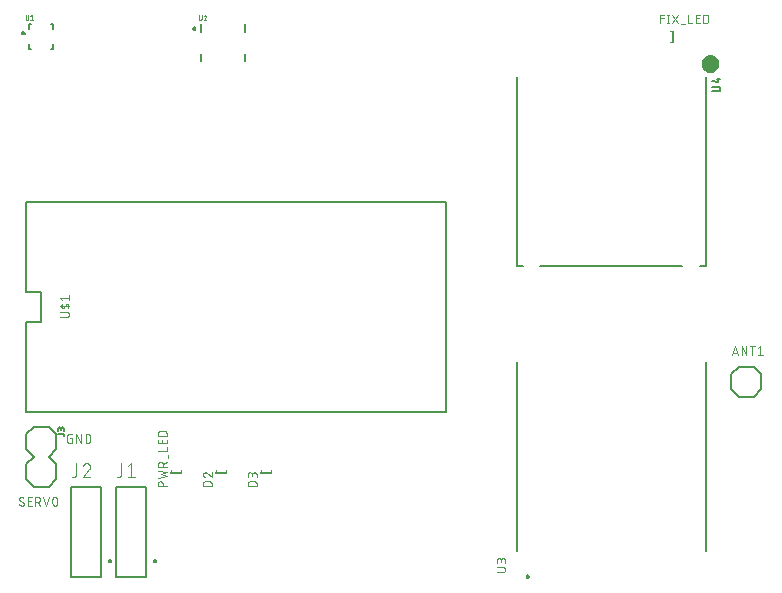
<source format=gbr>
G04 EAGLE Gerber RS-274X export*
G75*
%MOMM*%
%FSLAX34Y34*%
%LPD*%
%INSilkscreen Top*%
%IPPOS*%
%AMOC8*
5,1,8,0,0,1.08239X$1,22.5*%
G01*
%ADD10C,0.076200*%
%ADD11C,0.120000*%
%ADD12R,1.000000X0.250000*%
%ADD13C,0.127000*%
%ADD14C,0.200000*%
%ADD15C,0.101600*%
%ADD16C,0.203200*%
%ADD17C,0.025400*%
%ADD18C,0.812800*%
%ADD19C,0.152400*%
%ADD20R,0.250000X1.000000*%


D10*
X21886Y72771D02*
X21964Y72773D01*
X22042Y72778D01*
X22119Y72788D01*
X22196Y72801D01*
X22272Y72817D01*
X22347Y72837D01*
X22421Y72861D01*
X22494Y72888D01*
X22566Y72919D01*
X22636Y72953D01*
X22705Y72990D01*
X22771Y73031D01*
X22836Y73075D01*
X22898Y73121D01*
X22958Y73171D01*
X23016Y73223D01*
X23071Y73278D01*
X23123Y73336D01*
X23173Y73396D01*
X23219Y73458D01*
X23263Y73523D01*
X23304Y73590D01*
X23341Y73658D01*
X23375Y73728D01*
X23406Y73800D01*
X23433Y73873D01*
X23457Y73947D01*
X23477Y74022D01*
X23493Y74098D01*
X23506Y74175D01*
X23516Y74252D01*
X23521Y74330D01*
X23523Y74408D01*
X21886Y72771D02*
X21772Y72773D01*
X21659Y72778D01*
X21545Y72788D01*
X21432Y72801D01*
X21320Y72818D01*
X21208Y72838D01*
X21097Y72862D01*
X20986Y72890D01*
X20877Y72921D01*
X20769Y72956D01*
X20662Y72995D01*
X20556Y73037D01*
X20452Y73082D01*
X20349Y73131D01*
X20248Y73184D01*
X20149Y73239D01*
X20051Y73298D01*
X19956Y73360D01*
X19863Y73425D01*
X19771Y73493D01*
X19683Y73564D01*
X19596Y73638D01*
X19512Y73715D01*
X19431Y73794D01*
X19635Y78500D02*
X19637Y78578D01*
X19642Y78656D01*
X19652Y78733D01*
X19665Y78810D01*
X19681Y78886D01*
X19701Y78961D01*
X19725Y79035D01*
X19752Y79108D01*
X19783Y79180D01*
X19817Y79250D01*
X19854Y79319D01*
X19895Y79385D01*
X19939Y79450D01*
X19985Y79512D01*
X20035Y79572D01*
X20087Y79630D01*
X20142Y79685D01*
X20200Y79737D01*
X20260Y79787D01*
X20322Y79833D01*
X20387Y79877D01*
X20454Y79918D01*
X20522Y79955D01*
X20592Y79989D01*
X20664Y80020D01*
X20737Y80047D01*
X20811Y80071D01*
X20886Y80091D01*
X20962Y80107D01*
X21039Y80120D01*
X21116Y80130D01*
X21194Y80135D01*
X21272Y80137D01*
X21382Y80135D01*
X21491Y80129D01*
X21601Y80119D01*
X21709Y80106D01*
X21818Y80088D01*
X21925Y80067D01*
X22032Y80041D01*
X22138Y80012D01*
X22243Y79980D01*
X22346Y79943D01*
X22448Y79903D01*
X22549Y79859D01*
X22648Y79811D01*
X22745Y79761D01*
X22840Y79706D01*
X22933Y79648D01*
X23024Y79587D01*
X23113Y79523D01*
X20454Y77067D02*
X20387Y77109D01*
X20322Y77153D01*
X20260Y77201D01*
X20200Y77251D01*
X20142Y77304D01*
X20087Y77360D01*
X20035Y77419D01*
X19985Y77479D01*
X19938Y77543D01*
X19895Y77608D01*
X19854Y77675D01*
X19817Y77744D01*
X19783Y77815D01*
X19752Y77887D01*
X19725Y77961D01*
X19701Y78035D01*
X19681Y78111D01*
X19665Y78188D01*
X19652Y78265D01*
X19642Y78343D01*
X19637Y78422D01*
X19635Y78500D01*
X22705Y75840D02*
X22771Y75798D01*
X22836Y75754D01*
X22898Y75707D01*
X22958Y75656D01*
X23016Y75603D01*
X23071Y75547D01*
X23124Y75489D01*
X23173Y75428D01*
X23220Y75365D01*
X23263Y75300D01*
X23304Y75233D01*
X23341Y75164D01*
X23375Y75093D01*
X23406Y75021D01*
X23433Y74947D01*
X23457Y74872D01*
X23477Y74797D01*
X23493Y74720D01*
X23506Y74643D01*
X23516Y74565D01*
X23521Y74486D01*
X23523Y74408D01*
X22705Y75840D02*
X20454Y77068D01*
X26762Y72771D02*
X30036Y72771D01*
X26762Y72771D02*
X26762Y80137D01*
X30036Y80137D01*
X29217Y76863D02*
X26762Y76863D01*
X33137Y80137D02*
X33137Y72771D01*
X33137Y80137D02*
X35183Y80137D01*
X35272Y80135D01*
X35361Y80129D01*
X35450Y80119D01*
X35538Y80106D01*
X35626Y80089D01*
X35713Y80067D01*
X35798Y80042D01*
X35883Y80014D01*
X35966Y79981D01*
X36048Y79945D01*
X36128Y79906D01*
X36206Y79863D01*
X36282Y79817D01*
X36357Y79767D01*
X36429Y79714D01*
X36498Y79658D01*
X36565Y79599D01*
X36630Y79538D01*
X36691Y79473D01*
X36750Y79406D01*
X36806Y79337D01*
X36859Y79265D01*
X36909Y79190D01*
X36955Y79114D01*
X36998Y79036D01*
X37037Y78956D01*
X37073Y78874D01*
X37106Y78791D01*
X37134Y78706D01*
X37159Y78621D01*
X37181Y78534D01*
X37198Y78446D01*
X37211Y78358D01*
X37221Y78269D01*
X37227Y78180D01*
X37229Y78091D01*
X37227Y78002D01*
X37221Y77913D01*
X37211Y77824D01*
X37198Y77736D01*
X37181Y77648D01*
X37159Y77561D01*
X37134Y77476D01*
X37106Y77391D01*
X37073Y77308D01*
X37037Y77226D01*
X36998Y77146D01*
X36955Y77068D01*
X36909Y76992D01*
X36859Y76917D01*
X36806Y76845D01*
X36750Y76776D01*
X36691Y76709D01*
X36630Y76644D01*
X36565Y76583D01*
X36498Y76524D01*
X36429Y76468D01*
X36357Y76415D01*
X36282Y76365D01*
X36206Y76319D01*
X36128Y76276D01*
X36048Y76237D01*
X35966Y76201D01*
X35883Y76168D01*
X35798Y76140D01*
X35713Y76115D01*
X35626Y76093D01*
X35538Y76076D01*
X35450Y76063D01*
X35361Y76053D01*
X35272Y76047D01*
X35183Y76045D01*
X33137Y76045D01*
X35593Y76045D02*
X37229Y72771D01*
X42447Y72771D02*
X39992Y80137D01*
X44903Y80137D02*
X42447Y72771D01*
X47716Y74817D02*
X47716Y78091D01*
X47718Y78180D01*
X47724Y78269D01*
X47734Y78358D01*
X47747Y78446D01*
X47764Y78534D01*
X47786Y78621D01*
X47811Y78706D01*
X47839Y78791D01*
X47872Y78874D01*
X47908Y78956D01*
X47947Y79036D01*
X47990Y79114D01*
X48036Y79190D01*
X48086Y79265D01*
X48139Y79337D01*
X48195Y79406D01*
X48254Y79473D01*
X48315Y79538D01*
X48380Y79599D01*
X48447Y79658D01*
X48516Y79714D01*
X48588Y79767D01*
X48663Y79817D01*
X48739Y79863D01*
X48817Y79906D01*
X48897Y79945D01*
X48979Y79981D01*
X49062Y80014D01*
X49147Y80042D01*
X49232Y80067D01*
X49319Y80089D01*
X49407Y80106D01*
X49495Y80119D01*
X49584Y80129D01*
X49673Y80135D01*
X49762Y80137D01*
X49851Y80135D01*
X49940Y80129D01*
X50029Y80119D01*
X50117Y80106D01*
X50205Y80089D01*
X50292Y80067D01*
X50377Y80042D01*
X50462Y80014D01*
X50545Y79981D01*
X50627Y79945D01*
X50707Y79906D01*
X50785Y79863D01*
X50861Y79817D01*
X50936Y79767D01*
X51008Y79714D01*
X51077Y79658D01*
X51144Y79599D01*
X51209Y79538D01*
X51270Y79473D01*
X51329Y79406D01*
X51385Y79337D01*
X51438Y79265D01*
X51488Y79190D01*
X51534Y79114D01*
X51577Y79036D01*
X51616Y78956D01*
X51652Y78874D01*
X51685Y78791D01*
X51713Y78706D01*
X51738Y78621D01*
X51760Y78534D01*
X51777Y78446D01*
X51790Y78358D01*
X51800Y78269D01*
X51806Y78180D01*
X51808Y78091D01*
X51809Y78091D02*
X51809Y74817D01*
X51808Y74817D02*
X51806Y74728D01*
X51800Y74639D01*
X51790Y74550D01*
X51777Y74462D01*
X51760Y74374D01*
X51738Y74287D01*
X51713Y74202D01*
X51685Y74117D01*
X51652Y74034D01*
X51616Y73952D01*
X51577Y73872D01*
X51534Y73794D01*
X51488Y73718D01*
X51438Y73643D01*
X51385Y73571D01*
X51329Y73502D01*
X51270Y73435D01*
X51209Y73370D01*
X51144Y73309D01*
X51077Y73250D01*
X51008Y73194D01*
X50936Y73141D01*
X50861Y73091D01*
X50785Y73045D01*
X50707Y73002D01*
X50627Y72963D01*
X50545Y72927D01*
X50462Y72894D01*
X50377Y72866D01*
X50292Y72841D01*
X50205Y72819D01*
X50117Y72802D01*
X50029Y72789D01*
X49940Y72779D01*
X49851Y72773D01*
X49762Y72771D01*
X49673Y72773D01*
X49584Y72779D01*
X49495Y72789D01*
X49407Y72802D01*
X49319Y72819D01*
X49232Y72841D01*
X49147Y72866D01*
X49062Y72894D01*
X48979Y72927D01*
X48897Y72963D01*
X48817Y73002D01*
X48739Y73045D01*
X48663Y73091D01*
X48588Y73141D01*
X48516Y73194D01*
X48447Y73250D01*
X48380Y73309D01*
X48315Y73370D01*
X48254Y73435D01*
X48195Y73502D01*
X48139Y73571D01*
X48086Y73643D01*
X48036Y73718D01*
X47990Y73794D01*
X47947Y73872D01*
X47908Y73952D01*
X47872Y74034D01*
X47839Y74117D01*
X47811Y74202D01*
X47786Y74287D01*
X47764Y74374D01*
X47747Y74462D01*
X47734Y74550D01*
X47724Y74639D01*
X47718Y74728D01*
X47716Y74817D01*
X62936Y130203D02*
X64163Y130203D01*
X64163Y126111D01*
X61708Y126111D01*
X61630Y126113D01*
X61552Y126118D01*
X61475Y126128D01*
X61398Y126141D01*
X61322Y126157D01*
X61247Y126177D01*
X61173Y126201D01*
X61100Y126228D01*
X61028Y126259D01*
X60958Y126293D01*
X60890Y126330D01*
X60823Y126371D01*
X60758Y126415D01*
X60696Y126461D01*
X60636Y126511D01*
X60578Y126563D01*
X60523Y126618D01*
X60471Y126676D01*
X60421Y126736D01*
X60375Y126798D01*
X60331Y126863D01*
X60290Y126930D01*
X60253Y126998D01*
X60219Y127068D01*
X60188Y127140D01*
X60161Y127213D01*
X60137Y127287D01*
X60117Y127362D01*
X60101Y127438D01*
X60088Y127515D01*
X60078Y127592D01*
X60073Y127670D01*
X60071Y127748D01*
X60071Y131840D01*
X60073Y131920D01*
X60079Y132000D01*
X60089Y132080D01*
X60102Y132159D01*
X60120Y132238D01*
X60141Y132315D01*
X60167Y132391D01*
X60196Y132466D01*
X60228Y132540D01*
X60264Y132612D01*
X60304Y132682D01*
X60347Y132749D01*
X60393Y132815D01*
X60443Y132878D01*
X60495Y132939D01*
X60550Y132998D01*
X60609Y133053D01*
X60669Y133105D01*
X60733Y133155D01*
X60799Y133201D01*
X60866Y133244D01*
X60936Y133284D01*
X61008Y133320D01*
X61082Y133352D01*
X61156Y133381D01*
X61233Y133407D01*
X61310Y133428D01*
X61389Y133446D01*
X61468Y133459D01*
X61548Y133469D01*
X61628Y133475D01*
X61708Y133477D01*
X64163Y133477D01*
X67874Y133477D02*
X67874Y126111D01*
X71966Y126111D02*
X67874Y133477D01*
X71966Y133477D02*
X71966Y126111D01*
X75677Y126111D02*
X75677Y133477D01*
X77723Y133477D01*
X77812Y133475D01*
X77901Y133469D01*
X77990Y133459D01*
X78078Y133446D01*
X78166Y133429D01*
X78253Y133407D01*
X78338Y133382D01*
X78423Y133354D01*
X78506Y133321D01*
X78588Y133285D01*
X78668Y133246D01*
X78746Y133203D01*
X78822Y133157D01*
X78897Y133107D01*
X78969Y133054D01*
X79038Y132998D01*
X79105Y132939D01*
X79170Y132878D01*
X79231Y132813D01*
X79290Y132746D01*
X79346Y132677D01*
X79399Y132605D01*
X79449Y132530D01*
X79495Y132454D01*
X79538Y132376D01*
X79577Y132296D01*
X79613Y132214D01*
X79646Y132131D01*
X79674Y132046D01*
X79699Y131961D01*
X79721Y131874D01*
X79738Y131786D01*
X79751Y131698D01*
X79761Y131609D01*
X79767Y131520D01*
X79769Y131431D01*
X79769Y128157D01*
X79767Y128068D01*
X79761Y127979D01*
X79751Y127890D01*
X79738Y127802D01*
X79721Y127714D01*
X79699Y127627D01*
X79674Y127542D01*
X79646Y127457D01*
X79613Y127374D01*
X79577Y127292D01*
X79538Y127212D01*
X79495Y127134D01*
X79449Y127058D01*
X79399Y126983D01*
X79346Y126911D01*
X79290Y126842D01*
X79231Y126775D01*
X79170Y126710D01*
X79105Y126649D01*
X79038Y126590D01*
X78969Y126534D01*
X78897Y126481D01*
X78822Y126431D01*
X78746Y126385D01*
X78668Y126342D01*
X78588Y126303D01*
X78506Y126267D01*
X78423Y126234D01*
X78338Y126206D01*
X78253Y126181D01*
X78166Y126159D01*
X78078Y126142D01*
X77990Y126129D01*
X77901Y126119D01*
X77812Y126113D01*
X77723Y126111D01*
X75677Y126111D01*
D11*
X147900Y102850D02*
X147900Y100350D01*
X156900Y100350D02*
X156900Y102850D01*
D12*
X152400Y100350D03*
D10*
X144399Y89281D02*
X137033Y89281D01*
X137033Y91327D01*
X137035Y91416D01*
X137041Y91505D01*
X137051Y91594D01*
X137064Y91682D01*
X137081Y91770D01*
X137103Y91857D01*
X137128Y91942D01*
X137156Y92027D01*
X137189Y92110D01*
X137225Y92192D01*
X137264Y92272D01*
X137307Y92350D01*
X137353Y92426D01*
X137403Y92501D01*
X137456Y92573D01*
X137512Y92642D01*
X137571Y92709D01*
X137632Y92774D01*
X137697Y92835D01*
X137764Y92894D01*
X137833Y92950D01*
X137905Y93003D01*
X137980Y93053D01*
X138056Y93099D01*
X138134Y93142D01*
X138214Y93181D01*
X138296Y93217D01*
X138379Y93250D01*
X138464Y93278D01*
X138549Y93303D01*
X138636Y93325D01*
X138724Y93342D01*
X138812Y93355D01*
X138901Y93365D01*
X138990Y93371D01*
X139079Y93373D01*
X139168Y93371D01*
X139257Y93365D01*
X139346Y93355D01*
X139434Y93342D01*
X139522Y93325D01*
X139609Y93303D01*
X139694Y93278D01*
X139779Y93250D01*
X139862Y93217D01*
X139944Y93181D01*
X140024Y93142D01*
X140102Y93099D01*
X140178Y93053D01*
X140253Y93003D01*
X140325Y92950D01*
X140394Y92894D01*
X140461Y92835D01*
X140526Y92774D01*
X140587Y92709D01*
X140646Y92642D01*
X140702Y92573D01*
X140755Y92501D01*
X140805Y92426D01*
X140851Y92350D01*
X140894Y92272D01*
X140933Y92192D01*
X140969Y92110D01*
X141002Y92027D01*
X141030Y91942D01*
X141055Y91857D01*
X141077Y91770D01*
X141094Y91682D01*
X141107Y91594D01*
X141117Y91505D01*
X141123Y91416D01*
X141125Y91327D01*
X141125Y89281D01*
X137033Y95982D02*
X144399Y97619D01*
X139488Y99256D01*
X144399Y100893D01*
X137033Y102530D01*
X137033Y105796D02*
X144399Y105796D01*
X137033Y105796D02*
X137033Y107842D01*
X137035Y107931D01*
X137041Y108020D01*
X137051Y108109D01*
X137064Y108197D01*
X137081Y108285D01*
X137103Y108372D01*
X137128Y108457D01*
X137156Y108542D01*
X137189Y108625D01*
X137225Y108707D01*
X137264Y108787D01*
X137307Y108865D01*
X137353Y108941D01*
X137403Y109016D01*
X137456Y109088D01*
X137512Y109157D01*
X137571Y109224D01*
X137632Y109289D01*
X137697Y109350D01*
X137764Y109409D01*
X137833Y109465D01*
X137905Y109518D01*
X137980Y109568D01*
X138056Y109614D01*
X138134Y109657D01*
X138214Y109696D01*
X138296Y109732D01*
X138379Y109765D01*
X138464Y109793D01*
X138549Y109818D01*
X138636Y109840D01*
X138724Y109857D01*
X138812Y109870D01*
X138901Y109880D01*
X138990Y109886D01*
X139079Y109888D01*
X139168Y109886D01*
X139257Y109880D01*
X139346Y109870D01*
X139434Y109857D01*
X139522Y109840D01*
X139609Y109818D01*
X139694Y109793D01*
X139779Y109765D01*
X139862Y109732D01*
X139944Y109696D01*
X140024Y109657D01*
X140102Y109614D01*
X140178Y109568D01*
X140253Y109518D01*
X140325Y109465D01*
X140394Y109409D01*
X140461Y109350D01*
X140526Y109289D01*
X140587Y109224D01*
X140646Y109157D01*
X140702Y109088D01*
X140755Y109016D01*
X140805Y108941D01*
X140851Y108865D01*
X140894Y108787D01*
X140933Y108707D01*
X140969Y108625D01*
X141002Y108542D01*
X141030Y108457D01*
X141055Y108372D01*
X141077Y108285D01*
X141094Y108197D01*
X141107Y108109D01*
X141117Y108020D01*
X141123Y107931D01*
X141125Y107842D01*
X141125Y105796D01*
X141125Y108251D02*
X144399Y109888D01*
X145217Y112737D02*
X145217Y116011D01*
X144399Y119171D02*
X137033Y119171D01*
X144399Y119171D02*
X144399Y122445D01*
X144399Y125511D02*
X144399Y128785D01*
X144399Y125511D02*
X137033Y125511D01*
X137033Y128785D01*
X140307Y127966D02*
X140307Y125511D01*
X137033Y131835D02*
X144399Y131835D01*
X137033Y131835D02*
X137033Y133881D01*
X137035Y133970D01*
X137041Y134059D01*
X137051Y134148D01*
X137064Y134236D01*
X137081Y134324D01*
X137103Y134411D01*
X137128Y134496D01*
X137156Y134581D01*
X137189Y134664D01*
X137225Y134746D01*
X137264Y134826D01*
X137307Y134904D01*
X137353Y134980D01*
X137403Y135055D01*
X137456Y135127D01*
X137512Y135196D01*
X137571Y135263D01*
X137632Y135328D01*
X137697Y135389D01*
X137764Y135448D01*
X137833Y135504D01*
X137905Y135557D01*
X137980Y135607D01*
X138056Y135653D01*
X138134Y135696D01*
X138214Y135735D01*
X138296Y135771D01*
X138379Y135804D01*
X138464Y135832D01*
X138549Y135857D01*
X138636Y135879D01*
X138724Y135896D01*
X138812Y135909D01*
X138901Y135919D01*
X138990Y135925D01*
X139079Y135927D01*
X142353Y135927D01*
X142442Y135925D01*
X142531Y135919D01*
X142620Y135909D01*
X142708Y135896D01*
X142796Y135879D01*
X142883Y135857D01*
X142968Y135832D01*
X143053Y135804D01*
X143136Y135771D01*
X143218Y135735D01*
X143298Y135696D01*
X143376Y135653D01*
X143452Y135607D01*
X143527Y135557D01*
X143599Y135504D01*
X143668Y135448D01*
X143735Y135389D01*
X143800Y135328D01*
X143861Y135263D01*
X143920Y135196D01*
X143976Y135127D01*
X144029Y135055D01*
X144079Y134980D01*
X144125Y134904D01*
X144168Y134826D01*
X144207Y134746D01*
X144243Y134664D01*
X144276Y134581D01*
X144304Y134496D01*
X144329Y134411D01*
X144351Y134324D01*
X144368Y134236D01*
X144381Y134148D01*
X144391Y134059D01*
X144397Y133970D01*
X144399Y133881D01*
X144399Y131835D01*
D11*
X186000Y102850D02*
X186000Y100350D01*
X195000Y100350D02*
X195000Y102850D01*
D12*
X190500Y100350D03*
D10*
X182499Y89281D02*
X175133Y89281D01*
X175133Y91327D01*
X175135Y91416D01*
X175141Y91505D01*
X175151Y91594D01*
X175164Y91682D01*
X175181Y91770D01*
X175203Y91857D01*
X175228Y91942D01*
X175256Y92027D01*
X175289Y92110D01*
X175325Y92192D01*
X175364Y92272D01*
X175407Y92350D01*
X175453Y92426D01*
X175503Y92501D01*
X175556Y92573D01*
X175612Y92642D01*
X175671Y92709D01*
X175732Y92774D01*
X175797Y92835D01*
X175864Y92894D01*
X175933Y92950D01*
X176005Y93003D01*
X176080Y93053D01*
X176156Y93099D01*
X176234Y93142D01*
X176314Y93181D01*
X176396Y93217D01*
X176479Y93250D01*
X176564Y93278D01*
X176649Y93303D01*
X176736Y93325D01*
X176824Y93342D01*
X176912Y93355D01*
X177001Y93365D01*
X177090Y93371D01*
X177179Y93373D01*
X180453Y93373D01*
X180542Y93371D01*
X180631Y93365D01*
X180720Y93355D01*
X180808Y93342D01*
X180896Y93325D01*
X180983Y93303D01*
X181068Y93278D01*
X181153Y93250D01*
X181236Y93217D01*
X181318Y93181D01*
X181398Y93142D01*
X181476Y93099D01*
X181552Y93053D01*
X181627Y93003D01*
X181699Y92950D01*
X181768Y92894D01*
X181835Y92835D01*
X181900Y92774D01*
X181961Y92709D01*
X182020Y92642D01*
X182076Y92573D01*
X182129Y92501D01*
X182179Y92426D01*
X182225Y92350D01*
X182268Y92272D01*
X182307Y92192D01*
X182343Y92110D01*
X182376Y92027D01*
X182404Y91942D01*
X182429Y91857D01*
X182451Y91770D01*
X182468Y91682D01*
X182481Y91594D01*
X182491Y91505D01*
X182497Y91416D01*
X182499Y91327D01*
X182499Y89281D01*
X175133Y99091D02*
X175135Y99176D01*
X175141Y99261D01*
X175151Y99345D01*
X175164Y99429D01*
X175182Y99513D01*
X175203Y99595D01*
X175228Y99676D01*
X175257Y99756D01*
X175290Y99835D01*
X175326Y99912D01*
X175366Y99987D01*
X175409Y100061D01*
X175455Y100132D01*
X175505Y100201D01*
X175558Y100268D01*
X175614Y100332D01*
X175673Y100393D01*
X175734Y100452D01*
X175798Y100508D01*
X175865Y100561D01*
X175934Y100611D01*
X176005Y100657D01*
X176079Y100700D01*
X176154Y100740D01*
X176231Y100776D01*
X176310Y100809D01*
X176390Y100838D01*
X176471Y100863D01*
X176553Y100884D01*
X176637Y100902D01*
X176721Y100915D01*
X176805Y100925D01*
X176890Y100931D01*
X176975Y100933D01*
X175133Y99091D02*
X175135Y98995D01*
X175141Y98899D01*
X175151Y98804D01*
X175164Y98709D01*
X175182Y98614D01*
X175203Y98521D01*
X175228Y98428D01*
X175257Y98337D01*
X175289Y98246D01*
X175325Y98157D01*
X175365Y98070D01*
X175408Y97984D01*
X175454Y97900D01*
X175504Y97818D01*
X175558Y97738D01*
X175614Y97661D01*
X175674Y97586D01*
X175736Y97513D01*
X175802Y97443D01*
X175870Y97375D01*
X175941Y97310D01*
X176014Y97249D01*
X176090Y97190D01*
X176169Y97134D01*
X176249Y97082D01*
X176332Y97033D01*
X176416Y96987D01*
X176502Y96945D01*
X176590Y96907D01*
X176679Y96872D01*
X176770Y96840D01*
X178407Y100318D02*
X178348Y100378D01*
X178286Y100435D01*
X178222Y100490D01*
X178155Y100541D01*
X178086Y100590D01*
X178016Y100636D01*
X177943Y100679D01*
X177869Y100719D01*
X177793Y100755D01*
X177715Y100788D01*
X177636Y100818D01*
X177556Y100845D01*
X177475Y100868D01*
X177393Y100887D01*
X177311Y100903D01*
X177227Y100916D01*
X177143Y100925D01*
X177059Y100930D01*
X176975Y100932D01*
X178407Y100318D02*
X182499Y96840D01*
X182499Y100932D01*
D11*
X224100Y100350D02*
X224100Y102850D01*
X233100Y102850D02*
X233100Y100350D01*
D12*
X228600Y100350D03*
D10*
X220599Y89281D02*
X213233Y89281D01*
X213233Y91327D01*
X213235Y91416D01*
X213241Y91505D01*
X213251Y91594D01*
X213264Y91682D01*
X213281Y91770D01*
X213303Y91857D01*
X213328Y91942D01*
X213356Y92027D01*
X213389Y92110D01*
X213425Y92192D01*
X213464Y92272D01*
X213507Y92350D01*
X213553Y92426D01*
X213603Y92501D01*
X213656Y92573D01*
X213712Y92642D01*
X213771Y92709D01*
X213832Y92774D01*
X213897Y92835D01*
X213964Y92894D01*
X214033Y92950D01*
X214105Y93003D01*
X214180Y93053D01*
X214256Y93099D01*
X214334Y93142D01*
X214414Y93181D01*
X214496Y93217D01*
X214579Y93250D01*
X214664Y93278D01*
X214749Y93303D01*
X214836Y93325D01*
X214924Y93342D01*
X215012Y93355D01*
X215101Y93365D01*
X215190Y93371D01*
X215279Y93373D01*
X218553Y93373D01*
X218642Y93371D01*
X218731Y93365D01*
X218820Y93355D01*
X218908Y93342D01*
X218996Y93325D01*
X219083Y93303D01*
X219168Y93278D01*
X219253Y93250D01*
X219336Y93217D01*
X219418Y93181D01*
X219498Y93142D01*
X219576Y93099D01*
X219652Y93053D01*
X219727Y93003D01*
X219799Y92950D01*
X219868Y92894D01*
X219935Y92835D01*
X220000Y92774D01*
X220061Y92709D01*
X220120Y92642D01*
X220176Y92573D01*
X220229Y92501D01*
X220279Y92426D01*
X220325Y92350D01*
X220368Y92272D01*
X220407Y92192D01*
X220443Y92110D01*
X220476Y92027D01*
X220504Y91942D01*
X220529Y91857D01*
X220551Y91770D01*
X220568Y91682D01*
X220581Y91594D01*
X220591Y91505D01*
X220597Y91416D01*
X220599Y91327D01*
X220599Y89281D01*
X220599Y96840D02*
X220599Y98886D01*
X220597Y98975D01*
X220591Y99064D01*
X220581Y99153D01*
X220568Y99241D01*
X220551Y99329D01*
X220529Y99416D01*
X220504Y99501D01*
X220476Y99586D01*
X220443Y99669D01*
X220407Y99751D01*
X220368Y99831D01*
X220325Y99909D01*
X220279Y99985D01*
X220229Y100060D01*
X220176Y100132D01*
X220120Y100201D01*
X220061Y100268D01*
X220000Y100333D01*
X219935Y100394D01*
X219868Y100453D01*
X219799Y100509D01*
X219727Y100562D01*
X219652Y100612D01*
X219576Y100658D01*
X219498Y100701D01*
X219418Y100740D01*
X219336Y100776D01*
X219253Y100809D01*
X219168Y100837D01*
X219083Y100862D01*
X218996Y100884D01*
X218908Y100901D01*
X218820Y100914D01*
X218731Y100924D01*
X218642Y100930D01*
X218553Y100932D01*
X218464Y100930D01*
X218375Y100924D01*
X218286Y100914D01*
X218198Y100901D01*
X218110Y100884D01*
X218023Y100862D01*
X217938Y100837D01*
X217853Y100809D01*
X217770Y100776D01*
X217688Y100740D01*
X217608Y100701D01*
X217530Y100658D01*
X217454Y100612D01*
X217379Y100562D01*
X217307Y100509D01*
X217238Y100453D01*
X217171Y100394D01*
X217106Y100333D01*
X217045Y100268D01*
X216986Y100201D01*
X216930Y100132D01*
X216877Y100060D01*
X216827Y99985D01*
X216781Y99909D01*
X216738Y99831D01*
X216699Y99751D01*
X216663Y99669D01*
X216630Y99586D01*
X216602Y99501D01*
X216577Y99416D01*
X216555Y99329D01*
X216538Y99241D01*
X216525Y99153D01*
X216515Y99064D01*
X216509Y98975D01*
X216507Y98886D01*
X213233Y99295D02*
X213233Y96840D01*
X213233Y99295D02*
X213235Y99374D01*
X213241Y99453D01*
X213250Y99532D01*
X213263Y99610D01*
X213281Y99687D01*
X213301Y99763D01*
X213326Y99838D01*
X213354Y99912D01*
X213385Y99985D01*
X213421Y100056D01*
X213459Y100125D01*
X213501Y100192D01*
X213546Y100257D01*
X213594Y100320D01*
X213645Y100381D01*
X213699Y100438D01*
X213755Y100494D01*
X213814Y100546D01*
X213876Y100596D01*
X213940Y100642D01*
X214006Y100686D01*
X214074Y100726D01*
X214144Y100762D01*
X214216Y100796D01*
X214290Y100826D01*
X214364Y100852D01*
X214440Y100875D01*
X214517Y100893D01*
X214594Y100909D01*
X214673Y100920D01*
X214751Y100928D01*
X214830Y100932D01*
X214910Y100932D01*
X214989Y100928D01*
X215067Y100920D01*
X215146Y100909D01*
X215223Y100893D01*
X215300Y100875D01*
X215376Y100852D01*
X215450Y100826D01*
X215524Y100796D01*
X215596Y100762D01*
X215666Y100726D01*
X215734Y100686D01*
X215800Y100642D01*
X215864Y100596D01*
X215926Y100546D01*
X215985Y100494D01*
X216041Y100438D01*
X216095Y100381D01*
X216146Y100320D01*
X216194Y100257D01*
X216239Y100192D01*
X216281Y100125D01*
X216319Y100056D01*
X216355Y99985D01*
X216386Y99912D01*
X216414Y99838D01*
X216439Y99763D01*
X216459Y99687D01*
X216477Y99610D01*
X216490Y99532D01*
X216499Y99453D01*
X216505Y99374D01*
X216507Y99295D01*
X216507Y97658D01*
D13*
X127000Y12700D02*
X101600Y12700D01*
X127000Y12700D02*
X127000Y88900D01*
X101600Y88900D01*
X101600Y12700D01*
D14*
X133300Y25800D02*
X133302Y25863D01*
X133308Y25925D01*
X133318Y25987D01*
X133331Y26049D01*
X133349Y26109D01*
X133370Y26168D01*
X133395Y26226D01*
X133424Y26282D01*
X133456Y26336D01*
X133491Y26388D01*
X133529Y26437D01*
X133571Y26485D01*
X133615Y26529D01*
X133663Y26571D01*
X133712Y26609D01*
X133764Y26644D01*
X133818Y26676D01*
X133874Y26705D01*
X133932Y26730D01*
X133991Y26751D01*
X134051Y26769D01*
X134113Y26782D01*
X134175Y26792D01*
X134237Y26798D01*
X134300Y26800D01*
X134363Y26798D01*
X134425Y26792D01*
X134487Y26782D01*
X134549Y26769D01*
X134609Y26751D01*
X134668Y26730D01*
X134726Y26705D01*
X134782Y26676D01*
X134836Y26644D01*
X134888Y26609D01*
X134937Y26571D01*
X134985Y26529D01*
X135029Y26485D01*
X135071Y26437D01*
X135109Y26388D01*
X135144Y26336D01*
X135176Y26282D01*
X135205Y26226D01*
X135230Y26168D01*
X135251Y26109D01*
X135269Y26049D01*
X135282Y25987D01*
X135292Y25925D01*
X135298Y25863D01*
X135300Y25800D01*
X135298Y25737D01*
X135292Y25675D01*
X135282Y25613D01*
X135269Y25551D01*
X135251Y25491D01*
X135230Y25432D01*
X135205Y25374D01*
X135176Y25318D01*
X135144Y25264D01*
X135109Y25212D01*
X135071Y25163D01*
X135029Y25115D01*
X134985Y25071D01*
X134937Y25029D01*
X134888Y24991D01*
X134836Y24956D01*
X134782Y24924D01*
X134726Y24895D01*
X134668Y24870D01*
X134609Y24849D01*
X134549Y24831D01*
X134487Y24818D01*
X134425Y24808D01*
X134363Y24802D01*
X134300Y24800D01*
X134237Y24802D01*
X134175Y24808D01*
X134113Y24818D01*
X134051Y24831D01*
X133991Y24849D01*
X133932Y24870D01*
X133874Y24895D01*
X133818Y24924D01*
X133764Y24956D01*
X133712Y24991D01*
X133663Y25029D01*
X133615Y25071D01*
X133571Y25115D01*
X133529Y25163D01*
X133491Y25212D01*
X133456Y25264D01*
X133424Y25318D01*
X133395Y25374D01*
X133370Y25432D01*
X133349Y25491D01*
X133331Y25551D01*
X133318Y25613D01*
X133308Y25675D01*
X133302Y25737D01*
X133300Y25800D01*
D15*
X106003Y99624D02*
X106003Y108712D01*
X106002Y99624D02*
X106000Y99525D01*
X105994Y99425D01*
X105985Y99326D01*
X105972Y99228D01*
X105955Y99130D01*
X105934Y99032D01*
X105909Y98936D01*
X105881Y98841D01*
X105849Y98747D01*
X105814Y98654D01*
X105775Y98562D01*
X105732Y98472D01*
X105687Y98384D01*
X105637Y98297D01*
X105585Y98213D01*
X105529Y98130D01*
X105471Y98050D01*
X105409Y97972D01*
X105344Y97897D01*
X105276Y97824D01*
X105206Y97754D01*
X105133Y97686D01*
X105058Y97621D01*
X104980Y97559D01*
X104900Y97501D01*
X104817Y97445D01*
X104733Y97393D01*
X104646Y97343D01*
X104558Y97298D01*
X104468Y97255D01*
X104376Y97216D01*
X104283Y97181D01*
X104189Y97149D01*
X104094Y97121D01*
X103998Y97096D01*
X103900Y97075D01*
X103802Y97058D01*
X103704Y97045D01*
X103605Y97036D01*
X103505Y97030D01*
X103406Y97028D01*
X102108Y97028D01*
X111276Y106116D02*
X114522Y108712D01*
X114522Y97028D01*
X117767Y97028D02*
X111276Y97028D01*
D13*
X88900Y12700D02*
X63500Y12700D01*
X88900Y12700D02*
X88900Y88900D01*
X63500Y88900D01*
X63500Y12700D01*
D14*
X95200Y25800D02*
X95202Y25863D01*
X95208Y25925D01*
X95218Y25987D01*
X95231Y26049D01*
X95249Y26109D01*
X95270Y26168D01*
X95295Y26226D01*
X95324Y26282D01*
X95356Y26336D01*
X95391Y26388D01*
X95429Y26437D01*
X95471Y26485D01*
X95515Y26529D01*
X95563Y26571D01*
X95612Y26609D01*
X95664Y26644D01*
X95718Y26676D01*
X95774Y26705D01*
X95832Y26730D01*
X95891Y26751D01*
X95951Y26769D01*
X96013Y26782D01*
X96075Y26792D01*
X96137Y26798D01*
X96200Y26800D01*
X96263Y26798D01*
X96325Y26792D01*
X96387Y26782D01*
X96449Y26769D01*
X96509Y26751D01*
X96568Y26730D01*
X96626Y26705D01*
X96682Y26676D01*
X96736Y26644D01*
X96788Y26609D01*
X96837Y26571D01*
X96885Y26529D01*
X96929Y26485D01*
X96971Y26437D01*
X97009Y26388D01*
X97044Y26336D01*
X97076Y26282D01*
X97105Y26226D01*
X97130Y26168D01*
X97151Y26109D01*
X97169Y26049D01*
X97182Y25987D01*
X97192Y25925D01*
X97198Y25863D01*
X97200Y25800D01*
X97198Y25737D01*
X97192Y25675D01*
X97182Y25613D01*
X97169Y25551D01*
X97151Y25491D01*
X97130Y25432D01*
X97105Y25374D01*
X97076Y25318D01*
X97044Y25264D01*
X97009Y25212D01*
X96971Y25163D01*
X96929Y25115D01*
X96885Y25071D01*
X96837Y25029D01*
X96788Y24991D01*
X96736Y24956D01*
X96682Y24924D01*
X96626Y24895D01*
X96568Y24870D01*
X96509Y24849D01*
X96449Y24831D01*
X96387Y24818D01*
X96325Y24808D01*
X96263Y24802D01*
X96200Y24800D01*
X96137Y24802D01*
X96075Y24808D01*
X96013Y24818D01*
X95951Y24831D01*
X95891Y24849D01*
X95832Y24870D01*
X95774Y24895D01*
X95718Y24924D01*
X95664Y24956D01*
X95612Y24991D01*
X95563Y25029D01*
X95515Y25071D01*
X95471Y25115D01*
X95429Y25163D01*
X95391Y25212D01*
X95356Y25264D01*
X95324Y25318D01*
X95295Y25374D01*
X95270Y25432D01*
X95249Y25491D01*
X95231Y25551D01*
X95218Y25613D01*
X95208Y25675D01*
X95202Y25737D01*
X95200Y25800D01*
D15*
X67903Y99624D02*
X67903Y108712D01*
X67902Y99624D02*
X67900Y99525D01*
X67894Y99425D01*
X67885Y99326D01*
X67872Y99228D01*
X67855Y99130D01*
X67834Y99032D01*
X67809Y98936D01*
X67781Y98841D01*
X67749Y98747D01*
X67714Y98654D01*
X67675Y98562D01*
X67632Y98472D01*
X67587Y98384D01*
X67537Y98297D01*
X67485Y98213D01*
X67429Y98130D01*
X67371Y98050D01*
X67309Y97972D01*
X67244Y97897D01*
X67176Y97824D01*
X67106Y97754D01*
X67033Y97686D01*
X66958Y97621D01*
X66880Y97559D01*
X66800Y97501D01*
X66717Y97445D01*
X66633Y97393D01*
X66546Y97343D01*
X66458Y97298D01*
X66368Y97255D01*
X66276Y97216D01*
X66183Y97181D01*
X66089Y97149D01*
X65994Y97121D01*
X65898Y97096D01*
X65800Y97075D01*
X65702Y97058D01*
X65604Y97045D01*
X65505Y97036D01*
X65405Y97030D01*
X65306Y97028D01*
X64008Y97028D01*
X76746Y108712D02*
X76853Y108710D01*
X76959Y108704D01*
X77065Y108694D01*
X77171Y108681D01*
X77277Y108663D01*
X77381Y108642D01*
X77485Y108617D01*
X77588Y108588D01*
X77689Y108556D01*
X77789Y108519D01*
X77888Y108479D01*
X77986Y108436D01*
X78082Y108389D01*
X78176Y108338D01*
X78268Y108284D01*
X78358Y108227D01*
X78446Y108167D01*
X78531Y108103D01*
X78614Y108036D01*
X78695Y107966D01*
X78773Y107894D01*
X78849Y107818D01*
X78921Y107740D01*
X78991Y107659D01*
X79058Y107576D01*
X79122Y107491D01*
X79182Y107403D01*
X79239Y107313D01*
X79293Y107221D01*
X79344Y107127D01*
X79391Y107031D01*
X79434Y106933D01*
X79474Y106834D01*
X79511Y106734D01*
X79543Y106633D01*
X79572Y106530D01*
X79597Y106426D01*
X79618Y106322D01*
X79636Y106216D01*
X79649Y106110D01*
X79659Y106004D01*
X79665Y105898D01*
X79667Y105791D01*
X76746Y108712D02*
X76625Y108710D01*
X76504Y108704D01*
X76384Y108694D01*
X76263Y108681D01*
X76144Y108663D01*
X76024Y108642D01*
X75906Y108617D01*
X75789Y108588D01*
X75672Y108555D01*
X75557Y108519D01*
X75443Y108478D01*
X75330Y108435D01*
X75218Y108387D01*
X75109Y108336D01*
X75001Y108281D01*
X74894Y108223D01*
X74790Y108162D01*
X74688Y108097D01*
X74588Y108029D01*
X74490Y107958D01*
X74394Y107884D01*
X74301Y107807D01*
X74211Y107726D01*
X74123Y107643D01*
X74038Y107557D01*
X73955Y107468D01*
X73876Y107377D01*
X73799Y107283D01*
X73726Y107187D01*
X73656Y107089D01*
X73589Y106988D01*
X73525Y106885D01*
X73465Y106780D01*
X73408Y106673D01*
X73354Y106565D01*
X73304Y106455D01*
X73258Y106343D01*
X73215Y106230D01*
X73176Y106115D01*
X78694Y103519D02*
X78773Y103596D01*
X78849Y103677D01*
X78922Y103760D01*
X78992Y103845D01*
X79059Y103933D01*
X79123Y104023D01*
X79183Y104115D01*
X79240Y104210D01*
X79294Y104306D01*
X79345Y104404D01*
X79392Y104504D01*
X79436Y104606D01*
X79476Y104709D01*
X79512Y104813D01*
X79544Y104919D01*
X79573Y105025D01*
X79598Y105133D01*
X79620Y105241D01*
X79637Y105351D01*
X79651Y105460D01*
X79660Y105570D01*
X79666Y105681D01*
X79668Y105791D01*
X78694Y103519D02*
X73176Y97028D01*
X79667Y97028D01*
D16*
X38100Y228600D02*
X38100Y254000D01*
X25400Y254000D01*
X25400Y330200D01*
X381000Y330200D01*
X381000Y152400D01*
X25400Y152400D01*
X25400Y228600D01*
X38100Y228600D01*
D10*
X54483Y232791D02*
X59803Y232791D01*
X59892Y232793D01*
X59981Y232799D01*
X60070Y232809D01*
X60158Y232822D01*
X60246Y232839D01*
X60333Y232861D01*
X60418Y232886D01*
X60503Y232914D01*
X60586Y232947D01*
X60668Y232983D01*
X60748Y233022D01*
X60826Y233065D01*
X60902Y233111D01*
X60977Y233161D01*
X61049Y233214D01*
X61118Y233270D01*
X61185Y233329D01*
X61250Y233390D01*
X61311Y233455D01*
X61370Y233522D01*
X61426Y233591D01*
X61479Y233663D01*
X61529Y233738D01*
X61575Y233814D01*
X61618Y233892D01*
X61657Y233972D01*
X61693Y234054D01*
X61726Y234137D01*
X61754Y234222D01*
X61779Y234307D01*
X61801Y234394D01*
X61818Y234482D01*
X61831Y234570D01*
X61841Y234659D01*
X61847Y234748D01*
X61849Y234837D01*
X61847Y234926D01*
X61841Y235015D01*
X61831Y235104D01*
X61818Y235192D01*
X61801Y235280D01*
X61779Y235367D01*
X61754Y235452D01*
X61726Y235537D01*
X61693Y235620D01*
X61657Y235702D01*
X61618Y235782D01*
X61575Y235860D01*
X61529Y235936D01*
X61479Y236011D01*
X61426Y236083D01*
X61370Y236152D01*
X61311Y236219D01*
X61250Y236284D01*
X61185Y236345D01*
X61118Y236404D01*
X61049Y236460D01*
X60977Y236513D01*
X60902Y236563D01*
X60826Y236609D01*
X60748Y236652D01*
X60668Y236691D01*
X60586Y236727D01*
X60503Y236760D01*
X60418Y236788D01*
X60333Y236813D01*
X60246Y236835D01*
X60158Y236852D01*
X60070Y236865D01*
X59981Y236875D01*
X59892Y236881D01*
X59803Y236883D01*
X54483Y236883D01*
X54483Y241908D02*
X61849Y241908D01*
X58166Y241908D02*
X57552Y240885D01*
X57515Y240827D01*
X57475Y240772D01*
X57431Y240718D01*
X57385Y240667D01*
X57336Y240619D01*
X57284Y240574D01*
X57230Y240531D01*
X57174Y240492D01*
X57115Y240456D01*
X57055Y240423D01*
X56992Y240394D01*
X56929Y240368D01*
X56864Y240346D01*
X56797Y240328D01*
X56730Y240313D01*
X56662Y240302D01*
X56594Y240295D01*
X56525Y240292D01*
X56456Y240293D01*
X56388Y240298D01*
X56319Y240306D01*
X56252Y240318D01*
X56185Y240334D01*
X56119Y240354D01*
X56054Y240378D01*
X55991Y240405D01*
X55929Y240435D01*
X55870Y240470D01*
X55812Y240507D01*
X55756Y240547D01*
X55703Y240591D01*
X55653Y240637D01*
X55605Y240687D01*
X55559Y240739D01*
X55517Y240793D01*
X55478Y240850D01*
X55443Y240908D01*
X55410Y240969D01*
X55381Y241032D01*
X55356Y241095D01*
X55334Y241161D01*
X55316Y241227D01*
X55302Y241294D01*
X55284Y241404D01*
X55269Y241515D01*
X55259Y241625D01*
X55252Y241737D01*
X55249Y241848D01*
X55250Y241959D01*
X55255Y242070D01*
X55263Y242181D01*
X55276Y242292D01*
X55292Y242402D01*
X55312Y242512D01*
X55335Y242620D01*
X55363Y242728D01*
X55394Y242835D01*
X55429Y242941D01*
X55467Y243045D01*
X55509Y243149D01*
X55554Y243250D01*
X55603Y243350D01*
X55655Y243449D01*
X55711Y243545D01*
X58166Y241908D02*
X58780Y242932D01*
X58817Y242990D01*
X58857Y243045D01*
X58901Y243099D01*
X58947Y243150D01*
X58996Y243198D01*
X59048Y243243D01*
X59102Y243286D01*
X59158Y243325D01*
X59217Y243361D01*
X59277Y243394D01*
X59340Y243423D01*
X59403Y243449D01*
X59469Y243471D01*
X59535Y243489D01*
X59602Y243504D01*
X59670Y243515D01*
X59738Y243522D01*
X59807Y243525D01*
X59876Y243524D01*
X59944Y243519D01*
X60013Y243511D01*
X60080Y243499D01*
X60147Y243483D01*
X60213Y243463D01*
X60278Y243439D01*
X60341Y243412D01*
X60403Y243382D01*
X60462Y243347D01*
X60520Y243310D01*
X60576Y243270D01*
X60629Y243226D01*
X60679Y243180D01*
X60727Y243130D01*
X60773Y243078D01*
X60815Y243024D01*
X60854Y242967D01*
X60889Y242909D01*
X60922Y242848D01*
X60951Y242785D01*
X60976Y242722D01*
X60998Y242656D01*
X61016Y242590D01*
X61030Y242523D01*
X61048Y242413D01*
X61063Y242302D01*
X61073Y242192D01*
X61080Y242081D01*
X61083Y241969D01*
X61082Y241858D01*
X61077Y241747D01*
X61069Y241636D01*
X61056Y241525D01*
X61040Y241415D01*
X61020Y241305D01*
X60997Y241197D01*
X60969Y241089D01*
X60938Y240982D01*
X60903Y240876D01*
X60865Y240772D01*
X60823Y240668D01*
X60778Y240567D01*
X60729Y240467D01*
X60677Y240368D01*
X60621Y240272D01*
X56120Y246690D02*
X54483Y248736D01*
X61849Y248736D01*
X61849Y246690D02*
X61849Y250782D01*
D13*
X29600Y459600D02*
X27800Y459600D01*
X27800Y463600D01*
X27800Y476200D02*
X27800Y480200D01*
X29600Y480200D01*
X46600Y480200D02*
X48400Y480200D01*
X48400Y476200D01*
X48400Y459600D02*
X46600Y459600D01*
X48400Y459600D02*
X48400Y463600D01*
D14*
X22100Y472900D02*
X22102Y472963D01*
X22108Y473025D01*
X22118Y473087D01*
X22131Y473149D01*
X22149Y473209D01*
X22170Y473268D01*
X22195Y473326D01*
X22224Y473382D01*
X22256Y473436D01*
X22291Y473488D01*
X22329Y473537D01*
X22371Y473585D01*
X22415Y473629D01*
X22463Y473671D01*
X22512Y473709D01*
X22564Y473744D01*
X22618Y473776D01*
X22674Y473805D01*
X22732Y473830D01*
X22791Y473851D01*
X22851Y473869D01*
X22913Y473882D01*
X22975Y473892D01*
X23037Y473898D01*
X23100Y473900D01*
X23163Y473898D01*
X23225Y473892D01*
X23287Y473882D01*
X23349Y473869D01*
X23409Y473851D01*
X23468Y473830D01*
X23526Y473805D01*
X23582Y473776D01*
X23636Y473744D01*
X23688Y473709D01*
X23737Y473671D01*
X23785Y473629D01*
X23829Y473585D01*
X23871Y473537D01*
X23909Y473488D01*
X23944Y473436D01*
X23976Y473382D01*
X24005Y473326D01*
X24030Y473268D01*
X24051Y473209D01*
X24069Y473149D01*
X24082Y473087D01*
X24092Y473025D01*
X24098Y472963D01*
X24100Y472900D01*
X24098Y472837D01*
X24092Y472775D01*
X24082Y472713D01*
X24069Y472651D01*
X24051Y472591D01*
X24030Y472532D01*
X24005Y472474D01*
X23976Y472418D01*
X23944Y472364D01*
X23909Y472312D01*
X23871Y472263D01*
X23829Y472215D01*
X23785Y472171D01*
X23737Y472129D01*
X23688Y472091D01*
X23636Y472056D01*
X23582Y472024D01*
X23526Y471995D01*
X23468Y471970D01*
X23409Y471949D01*
X23349Y471931D01*
X23287Y471918D01*
X23225Y471908D01*
X23163Y471902D01*
X23100Y471900D01*
X23037Y471902D01*
X22975Y471908D01*
X22913Y471918D01*
X22851Y471931D01*
X22791Y471949D01*
X22732Y471970D01*
X22674Y471995D01*
X22618Y472024D01*
X22564Y472056D01*
X22512Y472091D01*
X22463Y472129D01*
X22415Y472171D01*
X22371Y472215D01*
X22329Y472263D01*
X22291Y472312D01*
X22256Y472364D01*
X22224Y472418D01*
X22195Y472474D01*
X22170Y472532D01*
X22149Y472591D01*
X22131Y472651D01*
X22118Y472713D01*
X22108Y472775D01*
X22102Y472837D01*
X22100Y472900D01*
D17*
X25209Y485106D02*
X25209Y487862D01*
X25209Y485106D02*
X25211Y485042D01*
X25217Y484978D01*
X25226Y484915D01*
X25240Y484852D01*
X25257Y484791D01*
X25278Y484730D01*
X25302Y484671D01*
X25330Y484613D01*
X25362Y484558D01*
X25397Y484504D01*
X25435Y484452D01*
X25476Y484403D01*
X25519Y484356D01*
X25566Y484313D01*
X25615Y484272D01*
X25667Y484234D01*
X25721Y484199D01*
X25776Y484167D01*
X25834Y484139D01*
X25893Y484115D01*
X25954Y484094D01*
X26015Y484077D01*
X26078Y484063D01*
X26141Y484054D01*
X26205Y484048D01*
X26269Y484046D01*
X26333Y484048D01*
X26397Y484054D01*
X26460Y484063D01*
X26523Y484077D01*
X26584Y484094D01*
X26645Y484115D01*
X26704Y484139D01*
X26762Y484167D01*
X26817Y484199D01*
X26871Y484234D01*
X26923Y484272D01*
X26972Y484313D01*
X27019Y484356D01*
X27062Y484403D01*
X27103Y484452D01*
X27141Y484504D01*
X27176Y484558D01*
X27208Y484613D01*
X27236Y484671D01*
X27260Y484730D01*
X27281Y484791D01*
X27298Y484852D01*
X27312Y484915D01*
X27321Y484978D01*
X27327Y485042D01*
X27329Y485106D01*
X27329Y487862D01*
X28994Y487014D02*
X30054Y487862D01*
X30054Y484046D01*
X28994Y484046D02*
X31114Y484046D01*
D14*
X166770Y476820D02*
X166772Y476883D01*
X166778Y476945D01*
X166788Y477007D01*
X166801Y477069D01*
X166819Y477129D01*
X166840Y477188D01*
X166865Y477246D01*
X166894Y477302D01*
X166926Y477356D01*
X166961Y477408D01*
X166999Y477457D01*
X167041Y477505D01*
X167085Y477549D01*
X167133Y477591D01*
X167182Y477629D01*
X167234Y477664D01*
X167288Y477696D01*
X167344Y477725D01*
X167402Y477750D01*
X167461Y477771D01*
X167521Y477789D01*
X167583Y477802D01*
X167645Y477812D01*
X167707Y477818D01*
X167770Y477820D01*
X167833Y477818D01*
X167895Y477812D01*
X167957Y477802D01*
X168019Y477789D01*
X168079Y477771D01*
X168138Y477750D01*
X168196Y477725D01*
X168252Y477696D01*
X168306Y477664D01*
X168358Y477629D01*
X168407Y477591D01*
X168455Y477549D01*
X168499Y477505D01*
X168541Y477457D01*
X168579Y477408D01*
X168614Y477356D01*
X168646Y477302D01*
X168675Y477246D01*
X168700Y477188D01*
X168721Y477129D01*
X168739Y477069D01*
X168752Y477007D01*
X168762Y476945D01*
X168768Y476883D01*
X168770Y476820D01*
X168768Y476757D01*
X168762Y476695D01*
X168752Y476633D01*
X168739Y476571D01*
X168721Y476511D01*
X168700Y476452D01*
X168675Y476394D01*
X168646Y476338D01*
X168614Y476284D01*
X168579Y476232D01*
X168541Y476183D01*
X168499Y476135D01*
X168455Y476091D01*
X168407Y476049D01*
X168358Y476011D01*
X168306Y475976D01*
X168252Y475944D01*
X168196Y475915D01*
X168138Y475890D01*
X168079Y475869D01*
X168019Y475851D01*
X167957Y475838D01*
X167895Y475828D01*
X167833Y475822D01*
X167770Y475820D01*
X167707Y475822D01*
X167645Y475828D01*
X167583Y475838D01*
X167521Y475851D01*
X167461Y475869D01*
X167402Y475890D01*
X167344Y475915D01*
X167288Y475944D01*
X167234Y475976D01*
X167182Y476011D01*
X167133Y476049D01*
X167085Y476091D01*
X167041Y476135D01*
X166999Y476183D01*
X166961Y476232D01*
X166926Y476284D01*
X166894Y476338D01*
X166865Y476394D01*
X166840Y476452D01*
X166819Y476511D01*
X166801Y476571D01*
X166788Y476633D01*
X166778Y476695D01*
X166772Y476757D01*
X166770Y476820D01*
D13*
X173170Y474220D02*
X173170Y480620D01*
X210370Y480620D02*
X210370Y474220D01*
X173170Y455420D02*
X173170Y449020D01*
X210370Y449020D02*
X210370Y455420D01*
D17*
X171865Y485038D02*
X171865Y487794D01*
X171865Y485038D02*
X171867Y484974D01*
X171873Y484910D01*
X171882Y484847D01*
X171896Y484784D01*
X171913Y484723D01*
X171934Y484662D01*
X171958Y484603D01*
X171986Y484545D01*
X172018Y484490D01*
X172053Y484436D01*
X172091Y484384D01*
X172132Y484335D01*
X172175Y484288D01*
X172222Y484245D01*
X172271Y484204D01*
X172323Y484166D01*
X172377Y484131D01*
X172432Y484099D01*
X172490Y484071D01*
X172549Y484047D01*
X172610Y484026D01*
X172671Y484009D01*
X172734Y483995D01*
X172797Y483986D01*
X172861Y483980D01*
X172925Y483978D01*
X172989Y483980D01*
X173053Y483986D01*
X173116Y483995D01*
X173179Y484009D01*
X173240Y484026D01*
X173301Y484047D01*
X173360Y484071D01*
X173418Y484099D01*
X173473Y484131D01*
X173527Y484166D01*
X173579Y484204D01*
X173628Y484245D01*
X173675Y484288D01*
X173718Y484335D01*
X173759Y484384D01*
X173797Y484436D01*
X173832Y484490D01*
X173864Y484545D01*
X173892Y484603D01*
X173916Y484662D01*
X173937Y484723D01*
X173954Y484784D01*
X173968Y484847D01*
X173977Y484910D01*
X173983Y484974D01*
X173985Y485038D01*
X173985Y487794D01*
X176817Y487794D02*
X176877Y487792D01*
X176937Y487786D01*
X176996Y487777D01*
X177054Y487764D01*
X177112Y487747D01*
X177168Y487727D01*
X177223Y487703D01*
X177277Y487676D01*
X177328Y487645D01*
X177378Y487612D01*
X177425Y487575D01*
X177470Y487535D01*
X177512Y487493D01*
X177552Y487448D01*
X177589Y487401D01*
X177622Y487351D01*
X177653Y487300D01*
X177680Y487246D01*
X177704Y487191D01*
X177724Y487135D01*
X177741Y487077D01*
X177754Y487019D01*
X177763Y486960D01*
X177769Y486900D01*
X177771Y486840D01*
X176817Y487794D02*
X176750Y487792D01*
X176683Y487787D01*
X176617Y487778D01*
X176551Y487765D01*
X176486Y487748D01*
X176422Y487729D01*
X176359Y487705D01*
X176298Y487679D01*
X176238Y487649D01*
X176180Y487615D01*
X176123Y487579D01*
X176069Y487539D01*
X176017Y487497D01*
X175968Y487452D01*
X175920Y487404D01*
X175876Y487354D01*
X175835Y487301D01*
X175796Y487247D01*
X175760Y487190D01*
X175728Y487131D01*
X175699Y487071D01*
X175673Y487009D01*
X175651Y486946D01*
X177453Y486098D02*
X177495Y486140D01*
X177534Y486184D01*
X177570Y486231D01*
X177604Y486280D01*
X177635Y486330D01*
X177663Y486382D01*
X177688Y486436D01*
X177710Y486491D01*
X177728Y486548D01*
X177744Y486605D01*
X177756Y486663D01*
X177764Y486722D01*
X177769Y486781D01*
X177771Y486840D01*
X177453Y486098D02*
X175650Y483978D01*
X177771Y483978D01*
D13*
X600700Y435600D02*
X600700Y275600D01*
X440700Y275600D02*
X440700Y435600D01*
X460700Y275600D02*
X580700Y275600D01*
X445700Y275600D02*
X440700Y275600D01*
X595700Y275600D02*
X600700Y275600D01*
D18*
X601538Y446600D02*
X601540Y446712D01*
X601546Y446824D01*
X601556Y446936D01*
X601570Y447047D01*
X601588Y447158D01*
X601609Y447268D01*
X601635Y447378D01*
X601665Y447486D01*
X601698Y447593D01*
X601735Y447699D01*
X601776Y447804D01*
X601821Y447907D01*
X601869Y448008D01*
X601921Y448108D01*
X601976Y448205D01*
X602034Y448301D01*
X602096Y448394D01*
X602162Y448486D01*
X602230Y448575D01*
X602302Y448661D01*
X602377Y448745D01*
X602454Y448826D01*
X602535Y448904D01*
X602618Y448980D01*
X602704Y449052D01*
X602792Y449121D01*
X602883Y449187D01*
X602975Y449250D01*
X603071Y449310D01*
X603168Y449366D01*
X603267Y449419D01*
X603368Y449468D01*
X603471Y449513D01*
X603575Y449555D01*
X603680Y449593D01*
X603787Y449627D01*
X603895Y449658D01*
X604004Y449684D01*
X604114Y449707D01*
X604225Y449726D01*
X604336Y449741D01*
X604448Y449752D01*
X604560Y449759D01*
X604672Y449762D01*
X604784Y449761D01*
X604896Y449756D01*
X605008Y449747D01*
X605120Y449734D01*
X605231Y449717D01*
X605341Y449696D01*
X605450Y449672D01*
X605559Y449643D01*
X605666Y449611D01*
X605773Y449574D01*
X605878Y449535D01*
X605981Y449491D01*
X606083Y449444D01*
X606183Y449393D01*
X606281Y449338D01*
X606377Y449281D01*
X606471Y449219D01*
X606563Y449155D01*
X606653Y449087D01*
X606740Y449016D01*
X606824Y448942D01*
X606906Y448865D01*
X606985Y448786D01*
X607061Y448703D01*
X607134Y448618D01*
X607204Y448530D01*
X607271Y448440D01*
X607335Y448348D01*
X607395Y448253D01*
X607452Y448157D01*
X607506Y448058D01*
X607556Y447957D01*
X607602Y447855D01*
X607645Y447751D01*
X607684Y447646D01*
X607719Y447540D01*
X607751Y447432D01*
X607778Y447323D01*
X607802Y447213D01*
X607822Y447103D01*
X607838Y446992D01*
X607850Y446880D01*
X607858Y446768D01*
X607862Y446656D01*
X607862Y446544D01*
X607858Y446432D01*
X607850Y446320D01*
X607838Y446208D01*
X607822Y446097D01*
X607802Y445987D01*
X607778Y445877D01*
X607751Y445768D01*
X607719Y445660D01*
X607684Y445554D01*
X607645Y445449D01*
X607602Y445345D01*
X607556Y445243D01*
X607506Y445142D01*
X607452Y445043D01*
X607395Y444947D01*
X607335Y444852D01*
X607271Y444760D01*
X607204Y444670D01*
X607134Y444582D01*
X607061Y444497D01*
X606985Y444414D01*
X606906Y444335D01*
X606824Y444258D01*
X606740Y444184D01*
X606653Y444113D01*
X606563Y444045D01*
X606471Y443981D01*
X606377Y443919D01*
X606281Y443862D01*
X606183Y443807D01*
X606083Y443756D01*
X605981Y443709D01*
X605878Y443665D01*
X605773Y443626D01*
X605666Y443589D01*
X605559Y443557D01*
X605450Y443528D01*
X605341Y443504D01*
X605231Y443483D01*
X605120Y443466D01*
X605008Y443453D01*
X604896Y443444D01*
X604784Y443439D01*
X604672Y443438D01*
X604560Y443441D01*
X604448Y443448D01*
X604336Y443459D01*
X604225Y443474D01*
X604114Y443493D01*
X604004Y443516D01*
X603895Y443542D01*
X603787Y443573D01*
X603680Y443607D01*
X603575Y443645D01*
X603471Y443687D01*
X603368Y443732D01*
X603267Y443781D01*
X603168Y443834D01*
X603071Y443890D01*
X602975Y443950D01*
X602883Y444013D01*
X602792Y444079D01*
X602704Y444148D01*
X602618Y444220D01*
X602535Y444296D01*
X602454Y444374D01*
X602377Y444455D01*
X602302Y444539D01*
X602230Y444625D01*
X602162Y444714D01*
X602096Y444806D01*
X602034Y444899D01*
X601976Y444995D01*
X601921Y445092D01*
X601869Y445192D01*
X601821Y445293D01*
X601776Y445396D01*
X601735Y445501D01*
X601698Y445607D01*
X601665Y445714D01*
X601635Y445822D01*
X601609Y445932D01*
X601588Y446042D01*
X601570Y446153D01*
X601556Y446264D01*
X601546Y446376D01*
X601540Y446488D01*
X601538Y446600D01*
D19*
X606462Y423610D02*
X611232Y423610D01*
X611232Y423611D02*
X611317Y423613D01*
X611401Y423619D01*
X611485Y423629D01*
X611569Y423642D01*
X611652Y423660D01*
X611734Y423681D01*
X611815Y423706D01*
X611895Y423735D01*
X611973Y423767D01*
X612049Y423803D01*
X612124Y423843D01*
X612197Y423886D01*
X612268Y423932D01*
X612337Y423981D01*
X612404Y424034D01*
X612468Y424090D01*
X612529Y424148D01*
X612587Y424209D01*
X612643Y424273D01*
X612696Y424340D01*
X612745Y424409D01*
X612791Y424480D01*
X612834Y424553D01*
X612874Y424628D01*
X612910Y424704D01*
X612942Y424782D01*
X612971Y424862D01*
X612996Y424943D01*
X613017Y425025D01*
X613035Y425108D01*
X613048Y425192D01*
X613058Y425276D01*
X613064Y425360D01*
X613066Y425445D01*
X613064Y425530D01*
X613058Y425614D01*
X613048Y425698D01*
X613035Y425782D01*
X613017Y425865D01*
X612996Y425947D01*
X612971Y426028D01*
X612942Y426108D01*
X612910Y426186D01*
X612874Y426262D01*
X612834Y426337D01*
X612791Y426410D01*
X612745Y426481D01*
X612696Y426550D01*
X612643Y426617D01*
X612587Y426681D01*
X612529Y426742D01*
X612468Y426800D01*
X612404Y426856D01*
X612337Y426909D01*
X612268Y426958D01*
X612197Y427004D01*
X612124Y427047D01*
X612049Y427087D01*
X611973Y427123D01*
X611895Y427155D01*
X611815Y427184D01*
X611734Y427209D01*
X611652Y427230D01*
X611569Y427248D01*
X611485Y427261D01*
X611401Y427271D01*
X611317Y427277D01*
X611232Y427279D01*
X606462Y427279D01*
X606462Y432637D02*
X611598Y431169D01*
X611598Y434838D01*
X610131Y433737D02*
X613066Y433737D01*
D14*
X449200Y12800D02*
X449202Y12863D01*
X449208Y12925D01*
X449218Y12987D01*
X449231Y13049D01*
X449249Y13109D01*
X449270Y13168D01*
X449295Y13226D01*
X449324Y13282D01*
X449356Y13336D01*
X449391Y13388D01*
X449429Y13437D01*
X449471Y13485D01*
X449515Y13529D01*
X449563Y13571D01*
X449612Y13609D01*
X449664Y13644D01*
X449718Y13676D01*
X449774Y13705D01*
X449832Y13730D01*
X449891Y13751D01*
X449951Y13769D01*
X450013Y13782D01*
X450075Y13792D01*
X450137Y13798D01*
X450200Y13800D01*
X450263Y13798D01*
X450325Y13792D01*
X450387Y13782D01*
X450449Y13769D01*
X450509Y13751D01*
X450568Y13730D01*
X450626Y13705D01*
X450682Y13676D01*
X450736Y13644D01*
X450788Y13609D01*
X450837Y13571D01*
X450885Y13529D01*
X450929Y13485D01*
X450971Y13437D01*
X451009Y13388D01*
X451044Y13336D01*
X451076Y13282D01*
X451105Y13226D01*
X451130Y13168D01*
X451151Y13109D01*
X451169Y13049D01*
X451182Y12987D01*
X451192Y12925D01*
X451198Y12863D01*
X451200Y12800D01*
X451198Y12737D01*
X451192Y12675D01*
X451182Y12613D01*
X451169Y12551D01*
X451151Y12491D01*
X451130Y12432D01*
X451105Y12374D01*
X451076Y12318D01*
X451044Y12264D01*
X451009Y12212D01*
X450971Y12163D01*
X450929Y12115D01*
X450885Y12071D01*
X450837Y12029D01*
X450788Y11991D01*
X450736Y11956D01*
X450682Y11924D01*
X450626Y11895D01*
X450568Y11870D01*
X450509Y11849D01*
X450449Y11831D01*
X450387Y11818D01*
X450325Y11808D01*
X450263Y11802D01*
X450200Y11800D01*
X450137Y11802D01*
X450075Y11808D01*
X450013Y11818D01*
X449951Y11831D01*
X449891Y11849D01*
X449832Y11870D01*
X449774Y11895D01*
X449718Y11924D01*
X449664Y11956D01*
X449612Y11991D01*
X449563Y12029D01*
X449515Y12071D01*
X449471Y12115D01*
X449429Y12163D01*
X449391Y12212D01*
X449356Y12264D01*
X449324Y12318D01*
X449295Y12374D01*
X449270Y12432D01*
X449249Y12491D01*
X449231Y12551D01*
X449218Y12613D01*
X449208Y12675D01*
X449202Y12737D01*
X449200Y12800D01*
D13*
X440700Y34300D02*
X440700Y194300D01*
X600700Y194300D02*
X600700Y34300D01*
D10*
X429220Y16623D02*
X423900Y16623D01*
X429220Y16623D02*
X429309Y16625D01*
X429398Y16631D01*
X429487Y16641D01*
X429575Y16654D01*
X429663Y16671D01*
X429750Y16693D01*
X429835Y16718D01*
X429920Y16746D01*
X430003Y16779D01*
X430085Y16815D01*
X430165Y16854D01*
X430243Y16897D01*
X430319Y16943D01*
X430394Y16993D01*
X430466Y17046D01*
X430535Y17102D01*
X430602Y17161D01*
X430667Y17222D01*
X430728Y17287D01*
X430787Y17354D01*
X430843Y17423D01*
X430896Y17495D01*
X430946Y17570D01*
X430992Y17646D01*
X431035Y17724D01*
X431074Y17804D01*
X431110Y17886D01*
X431143Y17969D01*
X431171Y18054D01*
X431196Y18139D01*
X431218Y18226D01*
X431235Y18314D01*
X431248Y18402D01*
X431258Y18491D01*
X431264Y18580D01*
X431266Y18669D01*
X431264Y18758D01*
X431258Y18847D01*
X431248Y18936D01*
X431235Y19024D01*
X431218Y19112D01*
X431196Y19199D01*
X431171Y19284D01*
X431143Y19369D01*
X431110Y19452D01*
X431074Y19534D01*
X431035Y19614D01*
X430992Y19692D01*
X430946Y19768D01*
X430896Y19843D01*
X430843Y19915D01*
X430787Y19984D01*
X430728Y20051D01*
X430667Y20116D01*
X430602Y20177D01*
X430535Y20236D01*
X430466Y20292D01*
X430394Y20345D01*
X430319Y20395D01*
X430243Y20441D01*
X430165Y20484D01*
X430085Y20523D01*
X430003Y20559D01*
X429920Y20592D01*
X429835Y20620D01*
X429750Y20645D01*
X429663Y20667D01*
X429575Y20684D01*
X429487Y20697D01*
X429398Y20707D01*
X429309Y20713D01*
X429220Y20715D01*
X423900Y20715D01*
X431266Y24182D02*
X431266Y26228D01*
X431264Y26317D01*
X431258Y26406D01*
X431248Y26495D01*
X431235Y26583D01*
X431218Y26671D01*
X431196Y26758D01*
X431171Y26843D01*
X431143Y26928D01*
X431110Y27011D01*
X431074Y27093D01*
X431035Y27173D01*
X430992Y27251D01*
X430946Y27327D01*
X430896Y27402D01*
X430843Y27474D01*
X430787Y27543D01*
X430728Y27610D01*
X430667Y27675D01*
X430602Y27736D01*
X430535Y27795D01*
X430466Y27851D01*
X430394Y27904D01*
X430319Y27954D01*
X430243Y28000D01*
X430165Y28043D01*
X430085Y28082D01*
X430003Y28118D01*
X429920Y28151D01*
X429835Y28179D01*
X429750Y28204D01*
X429663Y28226D01*
X429575Y28243D01*
X429487Y28256D01*
X429398Y28266D01*
X429309Y28272D01*
X429220Y28274D01*
X429131Y28272D01*
X429042Y28266D01*
X428953Y28256D01*
X428865Y28243D01*
X428777Y28226D01*
X428690Y28204D01*
X428605Y28179D01*
X428520Y28151D01*
X428437Y28118D01*
X428355Y28082D01*
X428275Y28043D01*
X428197Y28000D01*
X428121Y27954D01*
X428046Y27904D01*
X427974Y27851D01*
X427905Y27795D01*
X427838Y27736D01*
X427773Y27675D01*
X427712Y27610D01*
X427653Y27543D01*
X427597Y27474D01*
X427544Y27402D01*
X427494Y27327D01*
X427448Y27251D01*
X427405Y27173D01*
X427366Y27093D01*
X427330Y27011D01*
X427297Y26928D01*
X427269Y26843D01*
X427244Y26758D01*
X427222Y26671D01*
X427205Y26583D01*
X427192Y26495D01*
X427182Y26406D01*
X427176Y26317D01*
X427174Y26228D01*
X423900Y26637D02*
X423900Y24182D01*
X423900Y26637D02*
X423902Y26716D01*
X423908Y26795D01*
X423917Y26874D01*
X423930Y26952D01*
X423948Y27029D01*
X423968Y27105D01*
X423993Y27180D01*
X424021Y27254D01*
X424052Y27327D01*
X424088Y27398D01*
X424126Y27467D01*
X424168Y27534D01*
X424213Y27599D01*
X424261Y27662D01*
X424312Y27723D01*
X424366Y27780D01*
X424422Y27836D01*
X424481Y27888D01*
X424543Y27938D01*
X424607Y27984D01*
X424673Y28028D01*
X424741Y28068D01*
X424811Y28104D01*
X424883Y28138D01*
X424957Y28168D01*
X425031Y28194D01*
X425107Y28217D01*
X425184Y28235D01*
X425261Y28251D01*
X425340Y28262D01*
X425418Y28270D01*
X425497Y28274D01*
X425577Y28274D01*
X425656Y28270D01*
X425734Y28262D01*
X425813Y28251D01*
X425890Y28235D01*
X425967Y28217D01*
X426043Y28194D01*
X426117Y28168D01*
X426191Y28138D01*
X426263Y28104D01*
X426333Y28068D01*
X426401Y28028D01*
X426467Y27984D01*
X426531Y27938D01*
X426593Y27888D01*
X426652Y27836D01*
X426708Y27780D01*
X426762Y27723D01*
X426813Y27662D01*
X426861Y27599D01*
X426906Y27534D01*
X426948Y27467D01*
X426986Y27398D01*
X427022Y27327D01*
X427053Y27254D01*
X427081Y27180D01*
X427106Y27105D01*
X427126Y27029D01*
X427144Y26952D01*
X427157Y26874D01*
X427166Y26795D01*
X427172Y26716D01*
X427174Y26637D01*
X427174Y25001D01*
D11*
X570250Y465400D02*
X572750Y465400D01*
X572750Y474400D02*
X570250Y474400D01*
D20*
X572750Y469900D03*
D10*
X562217Y481203D02*
X562217Y488569D01*
X565490Y488569D01*
X565490Y485295D02*
X562217Y485295D01*
X568880Y488569D02*
X568880Y481203D01*
X568062Y481203D02*
X569698Y481203D01*
X569698Y488569D02*
X568062Y488569D01*
X572277Y481203D02*
X577187Y488569D01*
X572277Y488569D02*
X577187Y481203D01*
X579679Y480385D02*
X582953Y480385D01*
X586113Y481203D02*
X586113Y488569D01*
X586113Y481203D02*
X589387Y481203D01*
X592453Y481203D02*
X595726Y481203D01*
X592453Y481203D02*
X592453Y488569D01*
X595726Y488569D01*
X594908Y485295D02*
X592453Y485295D01*
X598777Y488569D02*
X598777Y481203D01*
X598777Y488569D02*
X600823Y488569D01*
X600912Y488567D01*
X601001Y488561D01*
X601090Y488551D01*
X601178Y488538D01*
X601266Y488521D01*
X601353Y488499D01*
X601438Y488474D01*
X601523Y488446D01*
X601606Y488413D01*
X601688Y488377D01*
X601768Y488338D01*
X601846Y488295D01*
X601922Y488249D01*
X601997Y488199D01*
X602069Y488146D01*
X602138Y488090D01*
X602205Y488031D01*
X602270Y487970D01*
X602331Y487905D01*
X602390Y487838D01*
X602446Y487769D01*
X602499Y487697D01*
X602549Y487622D01*
X602595Y487546D01*
X602638Y487468D01*
X602677Y487388D01*
X602713Y487306D01*
X602746Y487223D01*
X602774Y487138D01*
X602799Y487053D01*
X602821Y486966D01*
X602838Y486878D01*
X602851Y486790D01*
X602861Y486701D01*
X602867Y486612D01*
X602869Y486523D01*
X602869Y483249D01*
X602867Y483160D01*
X602861Y483071D01*
X602851Y482982D01*
X602838Y482894D01*
X602821Y482806D01*
X602799Y482719D01*
X602774Y482634D01*
X602746Y482549D01*
X602713Y482466D01*
X602677Y482384D01*
X602638Y482304D01*
X602595Y482226D01*
X602549Y482150D01*
X602499Y482075D01*
X602446Y482003D01*
X602390Y481934D01*
X602331Y481867D01*
X602270Y481802D01*
X602205Y481741D01*
X602138Y481682D01*
X602069Y481626D01*
X601997Y481573D01*
X601922Y481523D01*
X601846Y481477D01*
X601768Y481434D01*
X601688Y481395D01*
X601606Y481359D01*
X601523Y481326D01*
X601438Y481298D01*
X601353Y481273D01*
X601266Y481251D01*
X601178Y481234D01*
X601090Y481221D01*
X601001Y481211D01*
X600912Y481205D01*
X600823Y481203D01*
X598777Y481203D01*
D19*
X628650Y190500D02*
X641350Y190500D01*
X647700Y184150D01*
X647700Y171450D01*
X641350Y165100D01*
X622300Y171450D02*
X622300Y184150D01*
X628650Y190500D01*
X622300Y171450D02*
X628650Y165100D01*
X641350Y165100D01*
D10*
X623189Y200279D02*
X625644Y207645D01*
X628100Y200279D01*
X627486Y202121D02*
X623803Y202121D01*
X631157Y200279D02*
X631157Y207645D01*
X635249Y200279D01*
X635249Y207645D01*
X640275Y207645D02*
X640275Y200279D01*
X638229Y207645D02*
X642321Y207645D01*
X645056Y206008D02*
X647102Y207645D01*
X647102Y200279D01*
X645056Y200279D02*
X649148Y200279D01*
D16*
X50800Y133350D02*
X50800Y120650D01*
X44450Y114300D01*
X31750Y114300D02*
X25400Y120650D01*
X44450Y114300D02*
X50800Y107950D01*
X50800Y95250D01*
X44450Y88900D01*
X31750Y88900D02*
X25400Y95250D01*
X25400Y107950D01*
X31750Y114300D01*
X31750Y139700D02*
X44450Y139700D01*
X50800Y133350D01*
X31750Y139700D02*
X25400Y133350D01*
X25400Y120650D01*
X31750Y88900D02*
X44450Y88900D01*
D13*
X52705Y133436D02*
X56459Y133436D01*
X56524Y133434D01*
X56588Y133428D01*
X56652Y133418D01*
X56716Y133405D01*
X56778Y133387D01*
X56839Y133366D01*
X56899Y133342D01*
X56957Y133313D01*
X57014Y133281D01*
X57068Y133246D01*
X57120Y133208D01*
X57170Y133166D01*
X57217Y133122D01*
X57261Y133075D01*
X57303Y133025D01*
X57341Y132973D01*
X57376Y132919D01*
X57408Y132862D01*
X57437Y132804D01*
X57461Y132744D01*
X57482Y132683D01*
X57500Y132621D01*
X57513Y132557D01*
X57523Y132493D01*
X57529Y132429D01*
X57531Y132364D01*
X57531Y131827D01*
X57531Y136384D02*
X57531Y137724D01*
X57529Y137795D01*
X57523Y137867D01*
X57514Y137937D01*
X57501Y138007D01*
X57484Y138077D01*
X57463Y138145D01*
X57439Y138212D01*
X57411Y138278D01*
X57380Y138342D01*
X57345Y138405D01*
X57307Y138465D01*
X57266Y138524D01*
X57222Y138580D01*
X57175Y138634D01*
X57126Y138685D01*
X57073Y138733D01*
X57018Y138779D01*
X56961Y138821D01*
X56901Y138861D01*
X56840Y138897D01*
X56776Y138930D01*
X56711Y138959D01*
X56645Y138985D01*
X56577Y139008D01*
X56508Y139027D01*
X56438Y139042D01*
X56368Y139053D01*
X56297Y139061D01*
X56226Y139065D01*
X56154Y139065D01*
X56083Y139061D01*
X56012Y139053D01*
X55942Y139042D01*
X55872Y139027D01*
X55803Y139008D01*
X55735Y138985D01*
X55669Y138959D01*
X55604Y138930D01*
X55540Y138897D01*
X55479Y138861D01*
X55419Y138821D01*
X55362Y138779D01*
X55307Y138733D01*
X55254Y138685D01*
X55205Y138634D01*
X55158Y138580D01*
X55114Y138524D01*
X55073Y138465D01*
X55035Y138405D01*
X55000Y138342D01*
X54969Y138278D01*
X54941Y138212D01*
X54917Y138145D01*
X54896Y138077D01*
X54879Y138007D01*
X54866Y137937D01*
X54857Y137867D01*
X54851Y137795D01*
X54849Y137724D01*
X52705Y137993D02*
X52705Y136384D01*
X52705Y137993D02*
X52707Y138058D01*
X52713Y138122D01*
X52723Y138186D01*
X52736Y138250D01*
X52754Y138312D01*
X52775Y138373D01*
X52799Y138433D01*
X52828Y138491D01*
X52860Y138548D01*
X52895Y138602D01*
X52933Y138654D01*
X52975Y138704D01*
X53019Y138751D01*
X53066Y138795D01*
X53116Y138837D01*
X53168Y138875D01*
X53222Y138910D01*
X53279Y138942D01*
X53337Y138971D01*
X53397Y138995D01*
X53458Y139016D01*
X53520Y139034D01*
X53584Y139047D01*
X53648Y139057D01*
X53712Y139063D01*
X53777Y139065D01*
X53842Y139063D01*
X53906Y139057D01*
X53970Y139047D01*
X54034Y139034D01*
X54096Y139016D01*
X54157Y138995D01*
X54217Y138971D01*
X54275Y138942D01*
X54332Y138910D01*
X54386Y138875D01*
X54438Y138837D01*
X54488Y138795D01*
X54535Y138751D01*
X54579Y138704D01*
X54621Y138654D01*
X54659Y138602D01*
X54694Y138548D01*
X54726Y138491D01*
X54755Y138433D01*
X54779Y138373D01*
X54800Y138312D01*
X54818Y138250D01*
X54831Y138186D01*
X54841Y138122D01*
X54847Y138058D01*
X54849Y137993D01*
X54850Y137993D02*
X54850Y136920D01*
M02*

</source>
